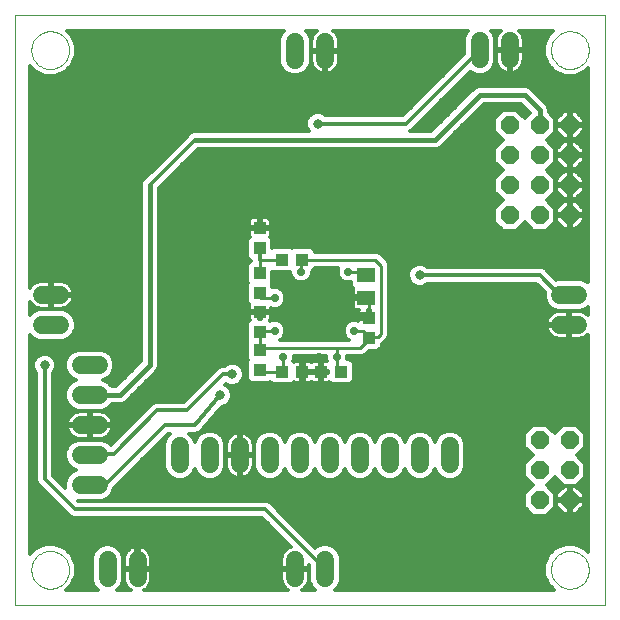
<source format=gbl>
G75*
G70*
%OFA0B0*%
%FSLAX24Y24*%
%IPPOS*%
%LPD*%
%AMOC8*
5,1,8,0,0,1.08239X$1,22.5*
%
%ADD10C,0.0000*%
%ADD11R,0.0394X0.0433*%
%ADD12R,0.0433X0.0394*%
%ADD13R,0.0591X0.0512*%
%ADD14C,0.0600*%
%ADD15OC8,0.0600*%
%ADD16C,0.0100*%
%ADD17C,0.0277*%
%ADD18C,0.0120*%
%ADD19C,0.0317*%
%ADD20C,0.0160*%
%ADD21C,0.0240*%
D10*
X003295Y003295D02*
X022980Y003295D01*
X022980Y022980D01*
X003295Y022980D01*
X003295Y003295D01*
X003846Y004476D02*
X003848Y004526D01*
X003854Y004576D01*
X003864Y004625D01*
X003878Y004673D01*
X003895Y004720D01*
X003916Y004765D01*
X003941Y004809D01*
X003969Y004850D01*
X004001Y004889D01*
X004035Y004926D01*
X004072Y004960D01*
X004112Y004990D01*
X004154Y005017D01*
X004198Y005041D01*
X004244Y005062D01*
X004291Y005078D01*
X004339Y005091D01*
X004389Y005100D01*
X004438Y005105D01*
X004489Y005106D01*
X004539Y005103D01*
X004588Y005096D01*
X004637Y005085D01*
X004685Y005070D01*
X004731Y005052D01*
X004776Y005030D01*
X004819Y005004D01*
X004860Y004975D01*
X004899Y004943D01*
X004935Y004908D01*
X004967Y004870D01*
X004997Y004830D01*
X005024Y004787D01*
X005047Y004743D01*
X005066Y004697D01*
X005082Y004649D01*
X005094Y004600D01*
X005102Y004551D01*
X005106Y004501D01*
X005106Y004451D01*
X005102Y004401D01*
X005094Y004352D01*
X005082Y004303D01*
X005066Y004255D01*
X005047Y004209D01*
X005024Y004165D01*
X004997Y004122D01*
X004967Y004082D01*
X004935Y004044D01*
X004899Y004009D01*
X004860Y003977D01*
X004819Y003948D01*
X004776Y003922D01*
X004731Y003900D01*
X004685Y003882D01*
X004637Y003867D01*
X004588Y003856D01*
X004539Y003849D01*
X004489Y003846D01*
X004438Y003847D01*
X004389Y003852D01*
X004339Y003861D01*
X004291Y003874D01*
X004244Y003890D01*
X004198Y003911D01*
X004154Y003935D01*
X004112Y003962D01*
X004072Y003992D01*
X004035Y004026D01*
X004001Y004063D01*
X003969Y004102D01*
X003941Y004143D01*
X003916Y004187D01*
X003895Y004232D01*
X003878Y004279D01*
X003864Y004327D01*
X003854Y004376D01*
X003848Y004426D01*
X003846Y004476D01*
X003846Y021799D02*
X003848Y021849D01*
X003854Y021899D01*
X003864Y021948D01*
X003878Y021996D01*
X003895Y022043D01*
X003916Y022088D01*
X003941Y022132D01*
X003969Y022173D01*
X004001Y022212D01*
X004035Y022249D01*
X004072Y022283D01*
X004112Y022313D01*
X004154Y022340D01*
X004198Y022364D01*
X004244Y022385D01*
X004291Y022401D01*
X004339Y022414D01*
X004389Y022423D01*
X004438Y022428D01*
X004489Y022429D01*
X004539Y022426D01*
X004588Y022419D01*
X004637Y022408D01*
X004685Y022393D01*
X004731Y022375D01*
X004776Y022353D01*
X004819Y022327D01*
X004860Y022298D01*
X004899Y022266D01*
X004935Y022231D01*
X004967Y022193D01*
X004997Y022153D01*
X005024Y022110D01*
X005047Y022066D01*
X005066Y022020D01*
X005082Y021972D01*
X005094Y021923D01*
X005102Y021874D01*
X005106Y021824D01*
X005106Y021774D01*
X005102Y021724D01*
X005094Y021675D01*
X005082Y021626D01*
X005066Y021578D01*
X005047Y021532D01*
X005024Y021488D01*
X004997Y021445D01*
X004967Y021405D01*
X004935Y021367D01*
X004899Y021332D01*
X004860Y021300D01*
X004819Y021271D01*
X004776Y021245D01*
X004731Y021223D01*
X004685Y021205D01*
X004637Y021190D01*
X004588Y021179D01*
X004539Y021172D01*
X004489Y021169D01*
X004438Y021170D01*
X004389Y021175D01*
X004339Y021184D01*
X004291Y021197D01*
X004244Y021213D01*
X004198Y021234D01*
X004154Y021258D01*
X004112Y021285D01*
X004072Y021315D01*
X004035Y021349D01*
X004001Y021386D01*
X003969Y021425D01*
X003941Y021466D01*
X003916Y021510D01*
X003895Y021555D01*
X003878Y021602D01*
X003864Y021650D01*
X003854Y021699D01*
X003848Y021749D01*
X003846Y021799D01*
X021169Y021799D02*
X021171Y021849D01*
X021177Y021899D01*
X021187Y021948D01*
X021201Y021996D01*
X021218Y022043D01*
X021239Y022088D01*
X021264Y022132D01*
X021292Y022173D01*
X021324Y022212D01*
X021358Y022249D01*
X021395Y022283D01*
X021435Y022313D01*
X021477Y022340D01*
X021521Y022364D01*
X021567Y022385D01*
X021614Y022401D01*
X021662Y022414D01*
X021712Y022423D01*
X021761Y022428D01*
X021812Y022429D01*
X021862Y022426D01*
X021911Y022419D01*
X021960Y022408D01*
X022008Y022393D01*
X022054Y022375D01*
X022099Y022353D01*
X022142Y022327D01*
X022183Y022298D01*
X022222Y022266D01*
X022258Y022231D01*
X022290Y022193D01*
X022320Y022153D01*
X022347Y022110D01*
X022370Y022066D01*
X022389Y022020D01*
X022405Y021972D01*
X022417Y021923D01*
X022425Y021874D01*
X022429Y021824D01*
X022429Y021774D01*
X022425Y021724D01*
X022417Y021675D01*
X022405Y021626D01*
X022389Y021578D01*
X022370Y021532D01*
X022347Y021488D01*
X022320Y021445D01*
X022290Y021405D01*
X022258Y021367D01*
X022222Y021332D01*
X022183Y021300D01*
X022142Y021271D01*
X022099Y021245D01*
X022054Y021223D01*
X022008Y021205D01*
X021960Y021190D01*
X021911Y021179D01*
X021862Y021172D01*
X021812Y021169D01*
X021761Y021170D01*
X021712Y021175D01*
X021662Y021184D01*
X021614Y021197D01*
X021567Y021213D01*
X021521Y021234D01*
X021477Y021258D01*
X021435Y021285D01*
X021395Y021315D01*
X021358Y021349D01*
X021324Y021386D01*
X021292Y021425D01*
X021264Y021466D01*
X021239Y021510D01*
X021218Y021555D01*
X021201Y021602D01*
X021187Y021650D01*
X021177Y021699D01*
X021171Y021749D01*
X021169Y021799D01*
X021169Y004476D02*
X021171Y004526D01*
X021177Y004576D01*
X021187Y004625D01*
X021201Y004673D01*
X021218Y004720D01*
X021239Y004765D01*
X021264Y004809D01*
X021292Y004850D01*
X021324Y004889D01*
X021358Y004926D01*
X021395Y004960D01*
X021435Y004990D01*
X021477Y005017D01*
X021521Y005041D01*
X021567Y005062D01*
X021614Y005078D01*
X021662Y005091D01*
X021712Y005100D01*
X021761Y005105D01*
X021812Y005106D01*
X021862Y005103D01*
X021911Y005096D01*
X021960Y005085D01*
X022008Y005070D01*
X022054Y005052D01*
X022099Y005030D01*
X022142Y005004D01*
X022183Y004975D01*
X022222Y004943D01*
X022258Y004908D01*
X022290Y004870D01*
X022320Y004830D01*
X022347Y004787D01*
X022370Y004743D01*
X022389Y004697D01*
X022405Y004649D01*
X022417Y004600D01*
X022425Y004551D01*
X022429Y004501D01*
X022429Y004451D01*
X022425Y004401D01*
X022417Y004352D01*
X022405Y004303D01*
X022389Y004255D01*
X022370Y004209D01*
X022347Y004165D01*
X022320Y004122D01*
X022290Y004082D01*
X022258Y004044D01*
X022222Y004009D01*
X022183Y003977D01*
X022142Y003948D01*
X022099Y003922D01*
X022054Y003900D01*
X022008Y003882D01*
X021960Y003867D01*
X021911Y003856D01*
X021862Y003849D01*
X021812Y003846D01*
X021761Y003847D01*
X021712Y003852D01*
X021662Y003861D01*
X021614Y003874D01*
X021567Y003890D01*
X021521Y003911D01*
X021477Y003935D01*
X021435Y003962D01*
X021395Y003992D01*
X021358Y004026D01*
X021324Y004063D01*
X021292Y004102D01*
X021264Y004143D01*
X021239Y004187D01*
X021218Y004232D01*
X021201Y004279D01*
X021187Y004327D01*
X021177Y004376D01*
X021171Y004426D01*
X021169Y004476D01*
D11*
X015106Y012213D03*
X015106Y012882D03*
X011465Y013079D03*
X011465Y012409D03*
X011465Y011799D03*
X011465Y011130D03*
X011465Y013689D03*
X011465Y014358D03*
X011465Y015189D03*
X011465Y015858D03*
D12*
X012213Y014811D03*
X012882Y014811D03*
X012882Y011071D03*
X013492Y011071D03*
X014161Y011071D03*
X012213Y011071D03*
D13*
X015008Y013551D03*
X015008Y014299D03*
D14*
X014795Y008595D02*
X014795Y007995D01*
X013795Y007995D02*
X013795Y008595D01*
X012795Y008595D02*
X012795Y007995D01*
X011795Y007995D02*
X011795Y008595D01*
X010795Y008595D02*
X010795Y007995D01*
X009795Y007995D02*
X009795Y008595D01*
X008795Y008595D02*
X008795Y007995D01*
X006095Y008295D02*
X005495Y008295D01*
X005495Y007295D02*
X006095Y007295D01*
X006095Y009295D02*
X005495Y009295D01*
X005495Y010295D02*
X006095Y010295D01*
X006095Y011295D02*
X005495Y011295D01*
X004800Y012638D02*
X004200Y012638D01*
X004200Y013638D02*
X004800Y013638D01*
X012638Y021476D02*
X012638Y022076D01*
X013638Y022076D02*
X013638Y021476D01*
X018795Y021495D02*
X018795Y022095D01*
X019795Y022095D02*
X019795Y021495D01*
X021476Y013638D02*
X022076Y013638D01*
X022076Y012638D02*
X021476Y012638D01*
X017795Y008595D02*
X017795Y007995D01*
X016795Y007995D02*
X016795Y008595D01*
X015795Y008595D02*
X015795Y007995D01*
X013638Y004800D02*
X013638Y004200D01*
X012638Y004200D02*
X012638Y004800D01*
X007388Y004800D02*
X007388Y004200D01*
X006388Y004200D02*
X006388Y004800D01*
D15*
X019795Y016295D03*
X019795Y017295D03*
X019795Y018295D03*
X019795Y019295D03*
X020795Y019295D03*
X021795Y019295D03*
X021795Y018295D03*
X020795Y018295D03*
X020795Y017295D03*
X020795Y016295D03*
X021795Y016295D03*
X021795Y017295D03*
X021795Y008795D03*
X020795Y008795D03*
X020795Y007795D03*
X021795Y007795D03*
X021795Y006795D03*
X020795Y006795D03*
D16*
X015402Y012252D02*
X015106Y012252D01*
X015106Y012213D01*
X015106Y012154D01*
X014811Y011858D01*
X014024Y011858D01*
X011465Y011858D01*
X011465Y011799D02*
X011465Y012409D01*
X011465Y012449D01*
X011957Y012449D01*
X011957Y013039D02*
X011465Y013039D01*
X011465Y013079D01*
X011465Y013531D02*
X011465Y013689D01*
X011465Y013531D02*
X011957Y013531D01*
X011465Y014358D02*
X011465Y014713D01*
X011463Y014811D01*
X012213Y014811D01*
X012843Y014811D02*
X012843Y014417D01*
X012843Y014811D02*
X012882Y014811D01*
X015303Y014811D01*
X015500Y014614D01*
X015500Y012350D01*
X015402Y012252D01*
X015106Y012252D02*
X014909Y012449D01*
X014614Y012449D01*
X014614Y013039D02*
X015106Y013039D01*
X015106Y012882D01*
X015106Y013039D02*
X015106Y013630D01*
X015008Y013551D01*
X015008Y014299D02*
X015008Y014417D01*
X014417Y014417D01*
X014024Y011858D02*
X014024Y011563D01*
X014024Y011228D01*
X014161Y011071D01*
X013492Y011071D02*
X013433Y011110D01*
X013433Y011563D01*
X013492Y011071D02*
X012882Y011071D01*
X012252Y011110D02*
X012213Y011071D01*
X011465Y011071D01*
X011465Y011130D01*
X012252Y011110D02*
X012252Y011563D01*
D17*
X012252Y011563D03*
X011957Y012449D03*
X011957Y013039D03*
X011957Y013531D03*
X012843Y014417D03*
X014417Y014417D03*
X014614Y013039D03*
X014614Y012449D03*
X014024Y011563D03*
X013433Y011563D03*
D18*
X013454Y011428D02*
X013255Y011428D01*
X013214Y011417D01*
X013187Y011401D01*
X013160Y011417D01*
X013119Y011428D01*
X012920Y011428D01*
X012920Y011109D01*
X012843Y011109D01*
X012843Y011428D01*
X012644Y011428D01*
X012604Y011417D01*
X012596Y011412D01*
X012583Y011425D01*
X012611Y011492D01*
X012611Y011588D01*
X013665Y011588D01*
X013665Y011492D01*
X013691Y011428D01*
X013531Y011428D01*
X013531Y011109D01*
X013725Y011109D01*
X013725Y011032D01*
X013531Y011032D01*
X013531Y011109D01*
X013454Y011109D01*
X013454Y011032D01*
X013531Y011032D01*
X013531Y010714D01*
X013730Y010714D01*
X013770Y010725D01*
X013778Y010729D01*
X013854Y010654D01*
X014469Y010654D01*
X014598Y010783D01*
X014598Y011359D01*
X014469Y011488D01*
X014381Y011488D01*
X014382Y011492D01*
X014382Y011588D01*
X014865Y011588D01*
X014964Y011629D01*
X015040Y011705D01*
X015111Y011776D01*
X015394Y011776D01*
X015523Y011905D01*
X015523Y012010D01*
X015555Y012023D01*
X015630Y012099D01*
X015729Y012197D01*
X015770Y012297D01*
X015770Y014668D01*
X015729Y014767D01*
X015653Y014843D01*
X015653Y014843D01*
X015456Y015040D01*
X015357Y015081D01*
X013318Y015081D01*
X013318Y015099D01*
X013190Y015228D01*
X012574Y015228D01*
X012547Y015201D01*
X012520Y015228D01*
X011905Y015228D01*
X011881Y015204D01*
X011881Y015497D01*
X011806Y015572D01*
X011811Y015580D01*
X011821Y015621D01*
X011821Y015820D01*
X011503Y015820D01*
X011503Y015897D01*
X011426Y015897D01*
X011426Y016235D01*
X011247Y016235D01*
X011206Y016224D01*
X011169Y016203D01*
X011140Y016173D01*
X011119Y016137D01*
X011108Y016096D01*
X011108Y015897D01*
X011426Y015897D01*
X011426Y015820D01*
X011108Y015820D01*
X011108Y015621D01*
X011119Y015580D01*
X011123Y015572D01*
X011048Y015497D01*
X011048Y014881D01*
X011155Y014774D01*
X011048Y014666D01*
X011048Y014051D01*
X011075Y014024D01*
X011048Y013997D01*
X011048Y013381D01*
X011109Y013320D01*
X011108Y013316D01*
X011108Y013117D01*
X011426Y013117D01*
X011426Y013040D01*
X011426Y012846D01*
X011503Y012846D01*
X011503Y013040D01*
X011426Y013040D01*
X011108Y013040D01*
X011108Y012841D01*
X011119Y012800D01*
X011123Y012793D01*
X011048Y012717D01*
X011048Y011492D01*
X011075Y011465D01*
X011048Y011438D01*
X011048Y010822D01*
X011177Y010693D01*
X011753Y010693D01*
X011809Y010750D01*
X011905Y010654D01*
X012520Y010654D01*
X012596Y010729D01*
X012604Y010725D01*
X012644Y010714D01*
X012843Y010714D01*
X012843Y011032D01*
X012920Y011032D01*
X012920Y010714D01*
X013119Y010714D01*
X013160Y010725D01*
X013187Y010740D01*
X013214Y010725D01*
X013255Y010714D01*
X013454Y010714D01*
X013454Y011032D01*
X013116Y011032D01*
X012920Y011032D01*
X012920Y011109D01*
X013454Y011109D01*
X013454Y011428D01*
X013454Y011353D02*
X013531Y011353D01*
X013531Y011235D02*
X013454Y011235D01*
X013454Y011116D02*
X013531Y011116D01*
X013531Y010998D02*
X013454Y010998D01*
X013454Y010879D02*
X013531Y010879D01*
X013531Y010761D02*
X013454Y010761D01*
X012920Y010761D02*
X012843Y010761D01*
X012843Y010879D02*
X012920Y010879D01*
X012920Y010998D02*
X012843Y010998D01*
X012843Y011116D02*
X012920Y011116D01*
X012920Y011235D02*
X012843Y011235D01*
X012843Y011353D02*
X012920Y011353D01*
X012602Y011472D02*
X013673Y011472D01*
X014485Y011472D02*
X022395Y011472D01*
X022395Y011590D02*
X014870Y011590D01*
X015043Y011709D02*
X022395Y011709D01*
X022395Y011827D02*
X015446Y011827D01*
X015523Y011946D02*
X022395Y011946D01*
X022395Y012064D02*
X015596Y012064D01*
X015630Y012099D02*
X015630Y012099D01*
X015714Y012183D02*
X021408Y012183D01*
X021439Y012178D02*
X021736Y012178D01*
X021736Y012598D01*
X021816Y012598D01*
X021816Y012178D01*
X022112Y012178D01*
X022183Y012189D01*
X022252Y012211D01*
X022317Y012244D01*
X022375Y012287D01*
X022395Y012307D01*
X022395Y005082D01*
X022281Y005197D01*
X021968Y005326D01*
X021630Y005326D01*
X021318Y005197D01*
X021079Y004958D01*
X020949Y004645D01*
X020949Y004307D01*
X021079Y003995D01*
X021278Y003795D01*
X013968Y003795D01*
X014079Y003905D01*
X014158Y004097D01*
X014158Y004903D01*
X014079Y005095D01*
X013932Y005241D01*
X013741Y005320D01*
X013534Y005320D01*
X013343Y005241D01*
X013318Y005216D01*
X011801Y006733D01*
X011698Y006775D01*
X005411Y006775D01*
X006199Y006775D01*
X006390Y006854D01*
X006536Y007001D01*
X006615Y007192D01*
X006615Y007219D01*
X008411Y009015D01*
X008480Y009015D01*
X008354Y008890D01*
X008275Y008699D01*
X008275Y007892D01*
X008354Y007701D01*
X008501Y007554D01*
X008692Y007475D01*
X008899Y007475D01*
X009090Y007554D01*
X009236Y007701D01*
X009295Y007844D01*
X009354Y007701D01*
X009501Y007554D01*
X009692Y007475D01*
X009899Y007475D01*
X010090Y007554D01*
X010236Y007701D01*
X010315Y007892D01*
X010315Y008699D01*
X010236Y008890D01*
X010090Y009036D01*
X009899Y009115D01*
X009692Y009115D01*
X009501Y009036D01*
X009354Y008890D01*
X009295Y008747D01*
X009236Y008890D01*
X009111Y009015D01*
X009251Y009015D01*
X009262Y009012D01*
X009307Y009015D01*
X009351Y009015D01*
X009362Y009020D01*
X009373Y009021D01*
X009413Y009041D01*
X009454Y009058D01*
X009462Y009066D01*
X009473Y009071D01*
X009501Y009105D01*
X009533Y009137D01*
X009537Y009147D01*
X010191Y009917D01*
X010221Y009917D01*
X010360Y009974D01*
X010466Y010081D01*
X010524Y010220D01*
X010524Y010371D01*
X010466Y010510D01*
X010360Y010616D01*
X010291Y010645D01*
X010326Y010680D01*
X010331Y010674D01*
X010470Y010617D01*
X010621Y010617D01*
X010760Y010674D01*
X010866Y010781D01*
X010924Y010920D01*
X010924Y011071D01*
X010866Y011210D01*
X010760Y011316D01*
X010621Y011374D01*
X010470Y011374D01*
X010331Y011316D01*
X010290Y011275D01*
X010190Y011275D01*
X010087Y011233D01*
X008929Y010075D01*
X007990Y010075D01*
X007887Y010033D01*
X006490Y008636D01*
X006390Y008736D01*
X006199Y008815D01*
X005392Y008815D01*
X005201Y008736D01*
X005054Y008590D01*
X004975Y008399D01*
X004975Y008192D01*
X005054Y008001D01*
X005201Y007854D01*
X005344Y007795D01*
X005201Y007736D01*
X005054Y007590D01*
X004975Y007399D01*
X004975Y007211D01*
X004575Y007611D01*
X004575Y011040D01*
X004616Y011081D01*
X004674Y011220D01*
X004674Y011371D01*
X004616Y011510D01*
X004510Y011616D01*
X004371Y011674D01*
X004220Y011674D01*
X004081Y011616D01*
X003974Y011510D01*
X003917Y011371D01*
X003917Y011220D01*
X003974Y011081D01*
X004015Y011040D01*
X004015Y007440D01*
X004058Y007337D01*
X005058Y006337D01*
X005137Y006258D01*
X003795Y006258D01*
X003795Y006376D02*
X005018Y006376D01*
X005137Y006258D02*
X005240Y006215D01*
X011527Y006215D01*
X012502Y005240D01*
X012461Y005226D01*
X012397Y005193D01*
X012338Y005151D01*
X012287Y005100D01*
X012244Y005041D01*
X012211Y004977D01*
X012189Y004908D01*
X012178Y004836D01*
X012178Y004540D01*
X012598Y004540D01*
X012598Y004460D01*
X012178Y004460D01*
X012178Y004164D01*
X012189Y004092D01*
X012211Y004023D01*
X012244Y003959D01*
X012287Y003900D01*
X012338Y003849D01*
X012397Y003807D01*
X012419Y003795D01*
X007607Y003795D01*
X007629Y003807D01*
X007687Y003849D01*
X007739Y003900D01*
X007781Y003959D01*
X007814Y004023D01*
X007836Y004092D01*
X007848Y004164D01*
X007848Y004460D01*
X007428Y004460D01*
X007428Y004540D01*
X007848Y004540D01*
X007848Y004836D01*
X007836Y004908D01*
X007814Y004977D01*
X007781Y005041D01*
X007739Y005100D01*
X007687Y005151D01*
X007629Y005193D01*
X007564Y005226D01*
X007496Y005249D01*
X007428Y005259D01*
X007428Y004540D01*
X007348Y004540D01*
X007348Y005259D01*
X007280Y005249D01*
X007211Y005226D01*
X007147Y005193D01*
X007088Y005151D01*
X007037Y005100D01*
X006994Y005041D01*
X006961Y004977D01*
X006939Y004908D01*
X006928Y004836D01*
X006928Y004540D01*
X007348Y004540D01*
X007348Y004460D01*
X006928Y004460D01*
X006928Y004164D01*
X006939Y004092D01*
X006961Y004023D01*
X006994Y003959D01*
X007037Y003900D01*
X007088Y003849D01*
X007147Y003807D01*
X007169Y003795D01*
X006718Y003795D01*
X006829Y003905D01*
X006908Y004097D01*
X006908Y004903D01*
X006829Y005095D01*
X006682Y005241D01*
X006491Y005320D01*
X006284Y005320D01*
X006093Y005241D01*
X005947Y005095D01*
X005868Y004903D01*
X005868Y004097D01*
X005947Y003905D01*
X006057Y003795D01*
X004997Y003795D01*
X005197Y003995D01*
X005326Y004307D01*
X005326Y004645D01*
X005197Y004958D01*
X004958Y005197D01*
X004645Y005326D01*
X004307Y005326D01*
X003995Y005197D01*
X003795Y004997D01*
X003795Y012307D01*
X003905Y012197D01*
X004097Y012118D01*
X004903Y012118D01*
X005095Y012197D01*
X005241Y012343D01*
X005320Y012534D01*
X005320Y012741D01*
X005241Y012932D01*
X005095Y013079D01*
X004903Y013158D01*
X004097Y013158D01*
X003905Y013079D01*
X003795Y012968D01*
X003795Y013419D01*
X003807Y013397D01*
X003849Y013338D01*
X003900Y013287D01*
X003959Y013244D01*
X004023Y013211D01*
X004092Y013189D01*
X004164Y013178D01*
X004460Y013178D01*
X004460Y013598D01*
X004540Y013598D01*
X004540Y013678D01*
X004460Y013678D01*
X004460Y014098D01*
X004164Y014098D01*
X004092Y014086D01*
X004023Y014064D01*
X003959Y014031D01*
X003900Y013989D01*
X003849Y013937D01*
X003807Y013879D01*
X003795Y013857D01*
X003795Y021278D01*
X003995Y021079D01*
X004307Y020949D01*
X004645Y020949D01*
X004958Y021079D01*
X005197Y021318D01*
X005326Y021630D01*
X005326Y021968D01*
X005197Y022281D01*
X005032Y022445D01*
X012272Y022445D01*
X012197Y022370D01*
X012118Y022179D01*
X012118Y021372D01*
X012197Y021181D01*
X012343Y021035D01*
X012534Y020956D01*
X012741Y020956D01*
X012932Y021035D01*
X013079Y021181D01*
X013158Y021372D01*
X013158Y022179D01*
X013079Y022370D01*
X013004Y022445D01*
X013364Y022445D01*
X013338Y022426D01*
X013287Y022375D01*
X013244Y022317D01*
X013211Y022252D01*
X013189Y022183D01*
X013178Y022112D01*
X013178Y021816D01*
X013598Y021816D01*
X013598Y021736D01*
X013178Y021736D01*
X013178Y021439D01*
X013189Y021368D01*
X013211Y021299D01*
X013244Y021234D01*
X013287Y021176D01*
X013338Y021125D01*
X013397Y021082D01*
X013461Y021049D01*
X013530Y021027D01*
X013598Y021016D01*
X013598Y021736D01*
X013678Y021736D01*
X013678Y021816D01*
X014098Y021816D01*
X014098Y022112D01*
X014086Y022183D01*
X014064Y022252D01*
X014031Y022317D01*
X013989Y022375D01*
X013937Y022426D01*
X013912Y022445D01*
X018410Y022445D01*
X018354Y022390D01*
X018275Y022199D01*
X018275Y021671D01*
X016229Y019625D01*
X013650Y019625D01*
X013610Y019666D01*
X013471Y019724D01*
X013320Y019724D01*
X013181Y019666D01*
X013074Y019560D01*
X013017Y019421D01*
X013017Y019270D01*
X013074Y019131D01*
X013110Y019095D01*
X009236Y019095D01*
X009125Y019050D01*
X009041Y018965D01*
X009021Y018917D01*
X007674Y017570D01*
X007625Y017550D01*
X007541Y017465D01*
X007495Y017355D01*
X007495Y011420D01*
X006671Y010595D01*
X006531Y010595D01*
X006390Y010736D01*
X006247Y010795D01*
X006390Y010854D01*
X006536Y011001D01*
X006615Y011192D01*
X006615Y011399D01*
X006536Y011590D01*
X006390Y011736D01*
X006199Y011815D01*
X005392Y011815D01*
X005201Y011736D01*
X005054Y011590D01*
X004975Y011399D01*
X004975Y011192D01*
X005054Y011001D01*
X005201Y010854D01*
X005344Y010795D01*
X005201Y010736D01*
X005054Y010590D01*
X004975Y010399D01*
X004975Y010192D01*
X005054Y010001D01*
X005201Y009854D01*
X005392Y009775D01*
X006199Y009775D01*
X006390Y009854D01*
X006531Y009995D01*
X006855Y009995D01*
X006965Y010041D01*
X007965Y011041D01*
X008050Y011125D01*
X008095Y011236D01*
X008095Y017199D01*
X009391Y018495D01*
X017355Y018495D01*
X017465Y018541D01*
X018920Y019995D01*
X020171Y019995D01*
X020465Y019701D01*
X020295Y019531D01*
X020011Y019815D01*
X019580Y019815D01*
X019275Y019511D01*
X019275Y019080D01*
X019560Y018795D01*
X019275Y018511D01*
X019275Y018080D01*
X019560Y017795D01*
X019275Y017511D01*
X019275Y017080D01*
X019560Y016795D01*
X019275Y016511D01*
X019275Y016080D01*
X019580Y015775D01*
X020011Y015775D01*
X020295Y016060D01*
X020580Y015775D01*
X021011Y015775D01*
X021315Y016080D01*
X021315Y016511D01*
X021031Y016795D01*
X021315Y017080D01*
X021315Y017511D01*
X021031Y017795D01*
X021315Y018080D01*
X021315Y018511D01*
X021031Y018795D01*
X021315Y019080D01*
X021315Y019511D01*
X021095Y019731D01*
X021095Y019855D01*
X021050Y019965D01*
X020465Y020550D01*
X020355Y020595D01*
X018736Y020595D01*
X018625Y020550D01*
X018541Y020465D01*
X017171Y019095D01*
X016473Y019095D01*
X016504Y019108D01*
X018476Y021080D01*
X018501Y021054D01*
X018692Y020975D01*
X018899Y020975D01*
X019090Y021054D01*
X019236Y021201D01*
X019315Y021392D01*
X019315Y022199D01*
X019236Y022390D01*
X019181Y022445D01*
X019495Y022445D01*
X019444Y022395D01*
X019402Y022336D01*
X019369Y022272D01*
X019347Y022203D01*
X019335Y022131D01*
X019335Y021835D01*
X019755Y021835D01*
X019755Y021755D01*
X019835Y021755D01*
X019835Y021036D01*
X019903Y021047D01*
X019972Y021069D01*
X020036Y021102D01*
X020095Y021144D01*
X020146Y021196D01*
X020189Y021254D01*
X020222Y021319D01*
X020244Y021388D01*
X020255Y021459D01*
X020255Y021755D01*
X019835Y021755D01*
X019835Y021835D01*
X020255Y021835D01*
X020255Y022131D01*
X020244Y022203D01*
X020222Y022272D01*
X020189Y022336D01*
X020146Y022395D01*
X020096Y022445D01*
X021243Y022445D01*
X021079Y022281D01*
X020949Y021968D01*
X020949Y021630D01*
X021079Y021318D01*
X021318Y021079D01*
X021630Y020949D01*
X021968Y020949D01*
X022281Y021079D01*
X022395Y021193D01*
X022395Y014054D01*
X022370Y014079D01*
X022395Y014079D01*
X022370Y014079D02*
X022179Y014158D01*
X021372Y014158D01*
X021341Y014145D01*
X020954Y014533D01*
X020851Y014575D01*
X017050Y014575D01*
X017010Y014616D01*
X016871Y014674D01*
X016720Y014674D01*
X016581Y014616D01*
X016474Y014510D01*
X016417Y014371D01*
X016417Y014220D01*
X016474Y014081D01*
X016581Y013974D01*
X016720Y013917D01*
X016871Y013917D01*
X017010Y013974D01*
X017050Y014015D01*
X020679Y014015D01*
X020956Y013739D01*
X020956Y013534D01*
X021035Y013343D01*
X021181Y013197D01*
X021372Y013118D01*
X022179Y013118D01*
X022370Y013197D01*
X022395Y013222D01*
X022395Y012969D01*
X022375Y012989D01*
X022317Y013031D01*
X022252Y013064D01*
X022183Y013086D01*
X022112Y013098D01*
X021816Y013098D01*
X021816Y012678D01*
X021736Y012678D01*
X021736Y013098D01*
X021439Y013098D01*
X021368Y013086D01*
X021299Y013064D01*
X021234Y013031D01*
X021176Y012989D01*
X021125Y012937D01*
X021082Y012879D01*
X021049Y012814D01*
X021027Y012746D01*
X021016Y012678D01*
X021736Y012678D01*
X021736Y012598D01*
X021016Y012598D01*
X021027Y012530D01*
X021049Y012461D01*
X021082Y012397D01*
X021125Y012338D01*
X021176Y012287D01*
X021234Y012244D01*
X021299Y012211D01*
X021368Y012189D01*
X021439Y012178D01*
X021736Y012183D02*
X021816Y012183D01*
X021816Y012301D02*
X021736Y012301D01*
X021736Y012420D02*
X021816Y012420D01*
X021816Y012538D02*
X021736Y012538D01*
X021736Y012657D02*
X015770Y012657D01*
X015770Y012775D02*
X021037Y012775D01*
X021093Y012894D02*
X015770Y012894D01*
X015770Y013012D02*
X021208Y013012D01*
X021341Y013131D02*
X015770Y013131D01*
X015770Y013249D02*
X021129Y013249D01*
X021025Y013368D02*
X015770Y013368D01*
X015770Y013486D02*
X020975Y013486D01*
X020956Y013605D02*
X015770Y013605D01*
X015770Y013723D02*
X020956Y013723D01*
X020853Y013842D02*
X015770Y013842D01*
X015770Y013960D02*
X016615Y013960D01*
X016477Y014079D02*
X015770Y014079D01*
X015770Y014197D02*
X016426Y014197D01*
X016417Y014316D02*
X015770Y014316D01*
X015770Y014434D02*
X016443Y014434D01*
X016518Y014553D02*
X015770Y014553D01*
X015769Y014671D02*
X016714Y014671D01*
X016876Y014671D02*
X022395Y014671D01*
X022395Y014553D02*
X020905Y014553D01*
X021052Y014434D02*
X022395Y014434D01*
X022395Y014316D02*
X021171Y014316D01*
X021289Y014197D02*
X022395Y014197D01*
X022395Y014790D02*
X015706Y014790D01*
X015588Y014908D02*
X022395Y014908D01*
X022395Y015027D02*
X015469Y015027D01*
X014493Y014060D02*
X014493Y013952D01*
X014568Y013877D01*
X014564Y013869D01*
X014553Y013828D01*
X014553Y013611D01*
X014948Y013611D01*
X014948Y013491D01*
X014553Y013491D01*
X014553Y013274D01*
X014564Y013234D01*
X014585Y013197D01*
X014614Y013167D01*
X014651Y013146D01*
X014692Y013135D01*
X014754Y013135D01*
X014749Y013119D01*
X014749Y012920D01*
X015068Y012920D01*
X015068Y012843D01*
X014749Y012843D01*
X014749Y012781D01*
X014686Y012808D01*
X014543Y012808D01*
X014411Y012753D01*
X014310Y012652D01*
X014255Y012520D01*
X014255Y012377D01*
X014310Y012246D01*
X014411Y012145D01*
X014451Y012128D01*
X012120Y012128D01*
X012160Y012145D01*
X012261Y012246D01*
X012315Y012377D01*
X012315Y012520D01*
X012261Y012652D01*
X012160Y012753D01*
X012028Y012808D01*
X011885Y012808D01*
X011819Y012780D01*
X011806Y012793D01*
X011811Y012800D01*
X011821Y012841D01*
X011821Y013040D01*
X011503Y013040D01*
X011503Y013117D01*
X011821Y013117D01*
X011821Y013199D01*
X011885Y013173D01*
X012028Y013173D01*
X012160Y013227D01*
X012261Y013328D01*
X012315Y013460D01*
X012315Y013603D01*
X012261Y013735D01*
X012160Y013836D01*
X012028Y013890D01*
X011885Y013890D01*
X011881Y013889D01*
X011881Y013997D01*
X011854Y014024D01*
X011881Y014051D01*
X011881Y014418D01*
X011905Y014394D01*
X012484Y014394D01*
X012484Y014346D01*
X012538Y014214D01*
X012639Y014113D01*
X012771Y014059D01*
X012914Y014059D01*
X013046Y014113D01*
X013147Y014214D01*
X013201Y014346D01*
X013201Y014406D01*
X013318Y014523D01*
X013318Y014541D01*
X014080Y014541D01*
X014059Y014489D01*
X014059Y014346D01*
X014113Y014214D01*
X014214Y014113D01*
X014346Y014059D01*
X014489Y014059D01*
X014493Y014060D01*
X014493Y013960D02*
X011881Y013960D01*
X011881Y014079D02*
X012722Y014079D01*
X012555Y014197D02*
X011881Y014197D01*
X011881Y014316D02*
X012496Y014316D01*
X012963Y014079D02*
X014297Y014079D01*
X014130Y014197D02*
X013130Y014197D01*
X013189Y014316D02*
X014071Y014316D01*
X014059Y014434D02*
X013230Y014434D01*
X013272Y015145D02*
X022395Y015145D01*
X022395Y015264D02*
X011881Y015264D01*
X011881Y015382D02*
X022395Y015382D01*
X022395Y015501D02*
X011877Y015501D01*
X011821Y015619D02*
X022395Y015619D01*
X022395Y015738D02*
X011821Y015738D01*
X011821Y015897D02*
X011503Y015897D01*
X011503Y016235D01*
X011682Y016235D01*
X011723Y016224D01*
X011760Y016203D01*
X011789Y016173D01*
X011811Y016137D01*
X011821Y016096D01*
X011821Y015897D01*
X011821Y015975D02*
X019380Y015975D01*
X019275Y016093D02*
X011821Y016093D01*
X011744Y016212D02*
X019275Y016212D01*
X019275Y016330D02*
X008095Y016330D01*
X008095Y016212D02*
X011185Y016212D01*
X011108Y016093D02*
X008095Y016093D01*
X008095Y015975D02*
X011108Y015975D01*
X011108Y015738D02*
X008095Y015738D01*
X008095Y015856D02*
X011426Y015856D01*
X011503Y015856D02*
X019499Y015856D01*
X020092Y015856D02*
X020499Y015856D01*
X020380Y015975D02*
X020210Y015975D01*
X019450Y016686D02*
X008095Y016686D01*
X008095Y016804D02*
X019551Y016804D01*
X019432Y016923D02*
X008095Y016923D01*
X008095Y017041D02*
X019314Y017041D01*
X019275Y017160D02*
X008095Y017160D01*
X008174Y017278D02*
X019275Y017278D01*
X019275Y017397D02*
X008293Y017397D01*
X008411Y017515D02*
X019280Y017515D01*
X019398Y017634D02*
X008530Y017634D01*
X008648Y017752D02*
X019517Y017752D01*
X019484Y017871D02*
X008767Y017871D01*
X008885Y017989D02*
X019366Y017989D01*
X019275Y018108D02*
X009004Y018108D01*
X009122Y018226D02*
X019275Y018226D01*
X019275Y018345D02*
X009241Y018345D01*
X009359Y018463D02*
X019275Y018463D01*
X019346Y018582D02*
X017506Y018582D01*
X017625Y018700D02*
X019465Y018700D01*
X019536Y018819D02*
X017743Y018819D01*
X017862Y018937D02*
X019418Y018937D01*
X019299Y019056D02*
X017980Y019056D01*
X018099Y019174D02*
X019275Y019174D01*
X019275Y019293D02*
X018217Y019293D01*
X018336Y019411D02*
X019275Y019411D01*
X019294Y019530D02*
X018454Y019530D01*
X018573Y019648D02*
X019413Y019648D01*
X019531Y019767D02*
X018691Y019767D01*
X018810Y019885D02*
X020281Y019885D01*
X020399Y019767D02*
X020059Y019767D01*
X020178Y019648D02*
X020413Y019648D01*
X020893Y020122D02*
X022395Y020122D01*
X022395Y020004D02*
X021011Y020004D01*
X021083Y019885D02*
X022395Y019885D01*
X022395Y019767D02*
X021095Y019767D01*
X021178Y019648D02*
X021498Y019648D01*
X021605Y019755D02*
X021335Y019486D01*
X021335Y019335D01*
X021755Y019335D01*
X021755Y019255D01*
X021835Y019255D01*
X021835Y018835D01*
X021986Y018835D01*
X022255Y019105D01*
X022255Y019255D01*
X021835Y019255D01*
X021835Y019335D01*
X022255Y019335D01*
X022255Y019486D01*
X021986Y019755D01*
X021835Y019755D01*
X021835Y019335D01*
X021755Y019335D01*
X021755Y019755D01*
X021605Y019755D01*
X021755Y019648D02*
X021835Y019648D01*
X021835Y019530D02*
X021755Y019530D01*
X021755Y019411D02*
X021835Y019411D01*
X021835Y019293D02*
X022395Y019293D01*
X022395Y019411D02*
X022255Y019411D01*
X022211Y019530D02*
X022395Y019530D01*
X022395Y019648D02*
X022093Y019648D01*
X021755Y019293D02*
X021315Y019293D01*
X021335Y019255D02*
X021335Y019105D01*
X021605Y018835D01*
X021755Y018835D01*
X021755Y019255D01*
X021335Y019255D01*
X021335Y019174D02*
X021315Y019174D01*
X021291Y019056D02*
X021384Y019056D01*
X021503Y018937D02*
X021173Y018937D01*
X021054Y018819D02*
X022395Y018819D01*
X022395Y018937D02*
X022088Y018937D01*
X022206Y019056D02*
X022395Y019056D01*
X022395Y019174D02*
X022255Y019174D01*
X021835Y019174D02*
X021755Y019174D01*
X021755Y019056D02*
X021835Y019056D01*
X021835Y018937D02*
X021755Y018937D01*
X021755Y018755D02*
X021605Y018755D01*
X021335Y018486D01*
X021335Y018335D01*
X021755Y018335D01*
X021755Y018255D01*
X021835Y018255D01*
X021835Y017835D01*
X021986Y017835D01*
X022255Y018105D01*
X022255Y018255D01*
X021835Y018255D01*
X021835Y018335D01*
X022255Y018335D01*
X022255Y018486D01*
X021986Y018755D01*
X021835Y018755D01*
X021835Y018335D01*
X021755Y018335D01*
X021755Y018755D01*
X021755Y018700D02*
X021835Y018700D01*
X021835Y018582D02*
X021755Y018582D01*
X021755Y018463D02*
X021835Y018463D01*
X021835Y018345D02*
X021755Y018345D01*
X021755Y018255D02*
X021335Y018255D01*
X021335Y018105D01*
X021605Y017835D01*
X021755Y017835D01*
X021755Y018255D01*
X021755Y018226D02*
X021835Y018226D01*
X021835Y018108D02*
X021755Y018108D01*
X021755Y017989D02*
X021835Y017989D01*
X021835Y017871D02*
X021755Y017871D01*
X021755Y017755D02*
X021605Y017755D01*
X021335Y017486D01*
X021335Y017335D01*
X021755Y017335D01*
X021755Y017255D01*
X021835Y017255D01*
X021835Y016835D01*
X021986Y016835D01*
X022255Y017105D01*
X022255Y017255D01*
X021835Y017255D01*
X021835Y017335D01*
X022255Y017335D01*
X022255Y017486D01*
X021986Y017755D01*
X021835Y017755D01*
X021835Y017335D01*
X021755Y017335D01*
X021755Y017755D01*
X021755Y017752D02*
X021835Y017752D01*
X021835Y017634D02*
X021755Y017634D01*
X021755Y017515D02*
X021835Y017515D01*
X021835Y017397D02*
X021755Y017397D01*
X021755Y017278D02*
X021315Y017278D01*
X021335Y017255D02*
X021335Y017105D01*
X021605Y016835D01*
X021755Y016835D01*
X021755Y017255D01*
X021335Y017255D01*
X021335Y017160D02*
X021315Y017160D01*
X021277Y017041D02*
X021399Y017041D01*
X021517Y016923D02*
X021158Y016923D01*
X021040Y016804D02*
X022395Y016804D01*
X022395Y016686D02*
X022055Y016686D01*
X021986Y016755D02*
X021835Y016755D01*
X021835Y016335D01*
X022255Y016335D01*
X022255Y016486D01*
X021986Y016755D01*
X021835Y016686D02*
X021755Y016686D01*
X021755Y016755D02*
X021605Y016755D01*
X021335Y016486D01*
X021335Y016335D01*
X021755Y016335D01*
X021755Y016255D01*
X021835Y016255D01*
X021835Y015835D01*
X021986Y015835D01*
X022255Y016105D01*
X022255Y016255D01*
X021835Y016255D01*
X021835Y016335D01*
X021755Y016335D01*
X021755Y016755D01*
X021755Y016923D02*
X021835Y016923D01*
X021835Y017041D02*
X021755Y017041D01*
X021755Y017160D02*
X021835Y017160D01*
X021835Y017278D02*
X022395Y017278D01*
X022395Y017160D02*
X022255Y017160D01*
X022192Y017041D02*
X022395Y017041D01*
X022395Y016923D02*
X022073Y016923D01*
X022174Y016567D02*
X022395Y016567D01*
X022395Y016449D02*
X022255Y016449D01*
X022395Y016330D02*
X021835Y016330D01*
X021755Y016330D02*
X021315Y016330D01*
X021335Y016255D02*
X021335Y016105D01*
X021605Y015835D01*
X021755Y015835D01*
X021755Y016255D01*
X021335Y016255D01*
X021335Y016212D02*
X021315Y016212D01*
X021315Y016093D02*
X021347Y016093D01*
X021465Y015975D02*
X021210Y015975D01*
X021092Y015856D02*
X021584Y015856D01*
X021755Y015856D02*
X021835Y015856D01*
X021835Y015975D02*
X021755Y015975D01*
X021755Y016093D02*
X021835Y016093D01*
X021835Y016212D02*
X021755Y016212D01*
X021755Y016449D02*
X021835Y016449D01*
X021835Y016567D02*
X021755Y016567D01*
X021535Y016686D02*
X021140Y016686D01*
X021259Y016567D02*
X021417Y016567D01*
X021335Y016449D02*
X021315Y016449D01*
X022007Y015856D02*
X022395Y015856D01*
X022395Y015975D02*
X022125Y015975D01*
X022244Y016093D02*
X022395Y016093D01*
X022395Y016212D02*
X022255Y016212D01*
X022255Y017397D02*
X022395Y017397D01*
X022395Y017515D02*
X022226Y017515D01*
X022107Y017634D02*
X022395Y017634D01*
X022395Y017752D02*
X021989Y017752D01*
X022021Y017871D02*
X022395Y017871D01*
X022395Y017989D02*
X022140Y017989D01*
X022255Y018108D02*
X022395Y018108D01*
X022395Y018226D02*
X022255Y018226D01*
X022255Y018345D02*
X022395Y018345D01*
X022395Y018463D02*
X022255Y018463D01*
X022159Y018582D02*
X022395Y018582D01*
X022395Y018700D02*
X022041Y018700D01*
X021550Y018700D02*
X021126Y018700D01*
X021244Y018582D02*
X021431Y018582D01*
X021335Y018463D02*
X021315Y018463D01*
X021315Y018345D02*
X021335Y018345D01*
X021335Y018226D02*
X021315Y018226D01*
X021315Y018108D02*
X021335Y018108D01*
X021225Y017989D02*
X021451Y017989D01*
X021569Y017871D02*
X021106Y017871D01*
X021074Y017752D02*
X021602Y017752D01*
X021483Y017634D02*
X021192Y017634D01*
X021311Y017515D02*
X021365Y017515D01*
X021335Y017397D02*
X021315Y017397D01*
X021315Y019411D02*
X021335Y019411D01*
X021296Y019530D02*
X021379Y019530D01*
X020774Y020241D02*
X022395Y020241D01*
X022395Y020359D02*
X020656Y020359D01*
X020537Y020478D02*
X022395Y020478D01*
X022395Y020596D02*
X017992Y020596D01*
X017874Y020478D02*
X018554Y020478D01*
X018435Y020359D02*
X017755Y020359D01*
X017637Y020241D02*
X018317Y020241D01*
X018198Y020122D02*
X017518Y020122D01*
X017400Y020004D02*
X018080Y020004D01*
X017961Y019885D02*
X017281Y019885D01*
X017163Y019767D02*
X017843Y019767D01*
X017724Y019648D02*
X017044Y019648D01*
X016926Y019530D02*
X017606Y019530D01*
X017487Y019411D02*
X016807Y019411D01*
X016689Y019293D02*
X017369Y019293D01*
X017250Y019174D02*
X016570Y019174D01*
X016345Y019345D02*
X018795Y021795D01*
X018275Y021781D02*
X013678Y021781D01*
X013678Y021736D02*
X014098Y021736D01*
X014098Y021439D01*
X014086Y021368D01*
X014064Y021299D01*
X014031Y021234D01*
X013989Y021176D01*
X013937Y021125D01*
X013879Y021082D01*
X013814Y021049D01*
X013746Y021027D01*
X013678Y021016D01*
X013678Y021736D01*
X013678Y021663D02*
X013598Y021663D01*
X013598Y021781D02*
X013158Y021781D01*
X013158Y021663D02*
X013178Y021663D01*
X013178Y021544D02*
X013158Y021544D01*
X013158Y021426D02*
X013180Y021426D01*
X013209Y021307D02*
X013131Y021307D01*
X013082Y021189D02*
X013278Y021189D01*
X013420Y021070D02*
X012968Y021070D01*
X013598Y021070D02*
X013678Y021070D01*
X013678Y021189D02*
X013598Y021189D01*
X013598Y021307D02*
X013678Y021307D01*
X013678Y021426D02*
X013598Y021426D01*
X013598Y021544D02*
X013678Y021544D01*
X014098Y021544D02*
X018148Y021544D01*
X018030Y021426D02*
X014096Y021426D01*
X014067Y021307D02*
X017911Y021307D01*
X017793Y021189D02*
X013998Y021189D01*
X013856Y021070D02*
X017674Y021070D01*
X017556Y020952D02*
X004652Y020952D01*
X004938Y021070D02*
X012308Y021070D01*
X012194Y021189D02*
X005068Y021189D01*
X005186Y021307D02*
X012145Y021307D01*
X012118Y021426D02*
X005242Y021426D01*
X005291Y021544D02*
X012118Y021544D01*
X012118Y021663D02*
X005326Y021663D01*
X005326Y021781D02*
X012118Y021781D01*
X012118Y021900D02*
X005326Y021900D01*
X005306Y022018D02*
X012118Y022018D01*
X012118Y022137D02*
X005256Y022137D01*
X005207Y022255D02*
X012149Y022255D01*
X012201Y022374D02*
X005104Y022374D01*
X004015Y021070D02*
X003795Y021070D01*
X003795Y020952D02*
X004301Y020952D01*
X003885Y021189D02*
X003795Y021189D01*
X003795Y020833D02*
X017437Y020833D01*
X017319Y020715D02*
X003795Y020715D01*
X003795Y020596D02*
X017200Y020596D01*
X017082Y020478D02*
X003795Y020478D01*
X003795Y020359D02*
X016963Y020359D01*
X016845Y020241D02*
X003795Y020241D01*
X003795Y020122D02*
X016726Y020122D01*
X016608Y020004D02*
X003795Y020004D01*
X003795Y019885D02*
X016489Y019885D01*
X016371Y019767D02*
X003795Y019767D01*
X003795Y019648D02*
X013163Y019648D01*
X013062Y019530D02*
X003795Y019530D01*
X003795Y019411D02*
X013017Y019411D01*
X013017Y019293D02*
X003795Y019293D01*
X003795Y019174D02*
X013056Y019174D01*
X013395Y019345D02*
X016345Y019345D01*
X016252Y019648D02*
X013627Y019648D01*
X014098Y021663D02*
X018267Y021663D01*
X018275Y021900D02*
X014098Y021900D01*
X014098Y022018D02*
X018275Y022018D01*
X018275Y022137D02*
X014094Y022137D01*
X014062Y022255D02*
X018299Y022255D01*
X018348Y022374D02*
X013990Y022374D01*
X013286Y022374D02*
X013075Y022374D01*
X013126Y022255D02*
X013213Y022255D01*
X013182Y022137D02*
X013158Y022137D01*
X013158Y022018D02*
X013178Y022018D01*
X013178Y021900D02*
X013158Y021900D01*
X009295Y018795D02*
X007795Y017295D01*
X007513Y017397D02*
X003795Y017397D01*
X003795Y017515D02*
X007591Y017515D01*
X007738Y017634D02*
X003795Y017634D01*
X003795Y017752D02*
X007856Y017752D01*
X007975Y017871D02*
X003795Y017871D01*
X003795Y017989D02*
X008093Y017989D01*
X008212Y018108D02*
X003795Y018108D01*
X003795Y018226D02*
X008330Y018226D01*
X008449Y018345D02*
X003795Y018345D01*
X003795Y018463D02*
X008567Y018463D01*
X008686Y018582D02*
X003795Y018582D01*
X003795Y018700D02*
X008804Y018700D01*
X008923Y018819D02*
X003795Y018819D01*
X003795Y018937D02*
X009029Y018937D01*
X009140Y019056D02*
X003795Y019056D01*
X003795Y017278D02*
X007495Y017278D01*
X007495Y017160D02*
X003795Y017160D01*
X003795Y017041D02*
X007495Y017041D01*
X007495Y016923D02*
X003795Y016923D01*
X003795Y016804D02*
X007495Y016804D01*
X007495Y016686D02*
X003795Y016686D01*
X003795Y016567D02*
X007495Y016567D01*
X007495Y016449D02*
X003795Y016449D01*
X003795Y016330D02*
X007495Y016330D01*
X007495Y016212D02*
X003795Y016212D01*
X003795Y016093D02*
X007495Y016093D01*
X007495Y015975D02*
X003795Y015975D01*
X003795Y015856D02*
X007495Y015856D01*
X007495Y015738D02*
X003795Y015738D01*
X003795Y015619D02*
X007495Y015619D01*
X007495Y015501D02*
X003795Y015501D01*
X003795Y015382D02*
X007495Y015382D01*
X007495Y015264D02*
X003795Y015264D01*
X003795Y015145D02*
X007495Y015145D01*
X007495Y015027D02*
X003795Y015027D01*
X003795Y014908D02*
X007495Y014908D01*
X007495Y014790D02*
X003795Y014790D01*
X003795Y014671D02*
X007495Y014671D01*
X007495Y014553D02*
X003795Y014553D01*
X003795Y014434D02*
X007495Y014434D01*
X007495Y014316D02*
X003795Y014316D01*
X003795Y014197D02*
X007495Y014197D01*
X007495Y014079D02*
X004931Y014079D01*
X004908Y014086D02*
X004836Y014098D01*
X004540Y014098D01*
X004540Y013678D01*
X005259Y013678D01*
X005249Y013746D01*
X005226Y013814D01*
X005193Y013879D01*
X005151Y013937D01*
X005100Y013989D01*
X005041Y014031D01*
X004977Y014064D01*
X004908Y014086D01*
X005128Y013960D02*
X007495Y013960D01*
X007495Y013842D02*
X005212Y013842D01*
X005252Y013723D02*
X007495Y013723D01*
X007495Y013605D02*
X004540Y013605D01*
X004540Y013598D02*
X005259Y013598D01*
X005249Y013530D01*
X005226Y013461D01*
X005193Y013397D01*
X005151Y013338D01*
X005100Y013287D01*
X005041Y013244D01*
X004977Y013211D01*
X004908Y013189D01*
X004836Y013178D01*
X004540Y013178D01*
X004540Y013598D01*
X004540Y013486D02*
X004460Y013486D01*
X004460Y013368D02*
X004540Y013368D01*
X004540Y013249D02*
X004460Y013249D01*
X004031Y013131D02*
X003795Y013131D01*
X003795Y013249D02*
X003952Y013249D01*
X003828Y013368D02*
X003795Y013368D01*
X003795Y013012D02*
X003839Y013012D01*
X003795Y012301D02*
X003801Y012301D01*
X003795Y012183D02*
X003940Y012183D01*
X003795Y012064D02*
X007495Y012064D01*
X007495Y011946D02*
X003795Y011946D01*
X003795Y011827D02*
X007495Y011827D01*
X007495Y011709D02*
X006417Y011709D01*
X006536Y011590D02*
X007495Y011590D01*
X007495Y011472D02*
X006585Y011472D01*
X006615Y011353D02*
X007429Y011353D01*
X007311Y011235D02*
X006615Y011235D01*
X006584Y011116D02*
X007192Y011116D01*
X007074Y010998D02*
X006533Y010998D01*
X006415Y010879D02*
X006955Y010879D01*
X006837Y010761D02*
X006330Y010761D01*
X006484Y010642D02*
X006718Y010642D01*
X007093Y010168D02*
X009022Y010168D01*
X009141Y010287D02*
X007211Y010287D01*
X007330Y010405D02*
X009259Y010405D01*
X009378Y010524D02*
X007448Y010524D01*
X007567Y010642D02*
X009496Y010642D01*
X009615Y010761D02*
X007685Y010761D01*
X007804Y010879D02*
X009733Y010879D01*
X009852Y010998D02*
X007922Y010998D01*
X008041Y011116D02*
X009970Y011116D01*
X010092Y011235D02*
X008095Y011235D01*
X008095Y011353D02*
X010421Y011353D01*
X010670Y011353D02*
X011048Y011353D01*
X011048Y011235D02*
X010841Y011235D01*
X010905Y011116D02*
X011048Y011116D01*
X011048Y010998D02*
X010924Y010998D01*
X010907Y010879D02*
X011048Y010879D01*
X011109Y010761D02*
X010846Y010761D01*
X010682Y010642D02*
X022395Y010642D01*
X022395Y010524D02*
X010452Y010524D01*
X010409Y010642D02*
X010296Y010642D01*
X010509Y010405D02*
X022395Y010405D01*
X022395Y010287D02*
X010524Y010287D01*
X010502Y010168D02*
X022395Y010168D01*
X022395Y010050D02*
X010435Y010050D01*
X010255Y009931D02*
X022395Y009931D01*
X022395Y009813D02*
X010103Y009813D01*
X010002Y009694D02*
X022395Y009694D01*
X022395Y009576D02*
X009901Y009576D01*
X009800Y009457D02*
X022395Y009457D01*
X022395Y009339D02*
X009700Y009339D01*
X009599Y009220D02*
X020485Y009220D01*
X020580Y009315D02*
X020275Y009011D01*
X020275Y008580D01*
X020560Y008295D01*
X020275Y008011D01*
X020275Y007580D01*
X020560Y007295D01*
X020275Y007011D01*
X020275Y006580D01*
X020580Y006275D01*
X021011Y006275D01*
X021315Y006580D01*
X021315Y007011D01*
X021031Y007295D01*
X021295Y007560D01*
X021580Y007275D01*
X022011Y007275D01*
X022315Y007580D01*
X022315Y008011D01*
X022031Y008295D01*
X022315Y008580D01*
X022315Y009011D01*
X022011Y009315D01*
X021580Y009315D01*
X021295Y009031D01*
X021011Y009315D01*
X020580Y009315D01*
X020366Y009102D02*
X017931Y009102D01*
X017899Y009115D02*
X017692Y009115D01*
X017501Y009036D01*
X017354Y008890D01*
X017295Y008747D01*
X017236Y008890D01*
X017090Y009036D01*
X016899Y009115D01*
X016692Y009115D01*
X016501Y009036D01*
X016354Y008890D01*
X016295Y008747D01*
X016236Y008890D01*
X016090Y009036D01*
X015899Y009115D01*
X015692Y009115D01*
X015501Y009036D01*
X015354Y008890D01*
X015295Y008747D01*
X015236Y008890D01*
X015090Y009036D01*
X014899Y009115D01*
X014692Y009115D01*
X014501Y009036D01*
X014354Y008890D01*
X014295Y008747D01*
X014236Y008890D01*
X014090Y009036D01*
X013899Y009115D01*
X013692Y009115D01*
X013501Y009036D01*
X013354Y008890D01*
X013295Y008747D01*
X013236Y008890D01*
X013090Y009036D01*
X012899Y009115D01*
X012692Y009115D01*
X012501Y009036D01*
X012354Y008890D01*
X012295Y008747D01*
X012236Y008890D01*
X012090Y009036D01*
X011899Y009115D01*
X011692Y009115D01*
X011501Y009036D01*
X011354Y008890D01*
X011275Y008699D01*
X011275Y007892D01*
X011354Y007701D01*
X011501Y007554D01*
X011692Y007475D01*
X011899Y007475D01*
X012090Y007554D01*
X012236Y007701D01*
X012295Y007844D01*
X012354Y007701D01*
X012501Y007554D01*
X012692Y007475D01*
X012899Y007475D01*
X013090Y007554D01*
X013236Y007701D01*
X013295Y007844D01*
X013354Y007701D01*
X013501Y007554D01*
X013692Y007475D01*
X013899Y007475D01*
X014090Y007554D01*
X014236Y007701D01*
X014295Y007844D01*
X014354Y007701D01*
X014501Y007554D01*
X014692Y007475D01*
X014899Y007475D01*
X015090Y007554D01*
X015236Y007701D01*
X015295Y007844D01*
X015354Y007701D01*
X015501Y007554D01*
X015692Y007475D01*
X015899Y007475D01*
X016090Y007554D01*
X016236Y007701D01*
X016295Y007844D01*
X016354Y007701D01*
X016501Y007554D01*
X016692Y007475D01*
X016899Y007475D01*
X017090Y007554D01*
X017236Y007701D01*
X017295Y007844D01*
X017354Y007701D01*
X017501Y007554D01*
X017692Y007475D01*
X017899Y007475D01*
X018090Y007554D01*
X018236Y007701D01*
X018315Y007892D01*
X018315Y008699D01*
X018236Y008890D01*
X018090Y009036D01*
X017899Y009115D01*
X017659Y009102D02*
X016931Y009102D01*
X017143Y008983D02*
X017448Y008983D01*
X017344Y008865D02*
X017246Y008865D01*
X016659Y009102D02*
X015931Y009102D01*
X016143Y008983D02*
X016448Y008983D01*
X016344Y008865D02*
X016246Y008865D01*
X015659Y009102D02*
X014931Y009102D01*
X015143Y008983D02*
X015448Y008983D01*
X015344Y008865D02*
X015246Y008865D01*
X014795Y008345D02*
X014795Y008295D01*
X014745Y008295D02*
X014795Y008345D01*
X014344Y008865D02*
X014246Y008865D01*
X014143Y008983D02*
X014448Y008983D01*
X014659Y009102D02*
X013931Y009102D01*
X013659Y009102D02*
X012931Y009102D01*
X013143Y008983D02*
X013448Y008983D01*
X013344Y008865D02*
X013246Y008865D01*
X012659Y009102D02*
X011931Y009102D01*
X012143Y008983D02*
X012448Y008983D01*
X012344Y008865D02*
X012246Y008865D01*
X011659Y009102D02*
X009931Y009102D01*
X010143Y008983D02*
X010547Y008983D01*
X010554Y008989D02*
X010496Y008946D01*
X010444Y008895D01*
X010402Y008836D01*
X010369Y008772D01*
X010347Y008703D01*
X010335Y008631D01*
X010335Y008335D01*
X010755Y008335D01*
X010755Y008255D01*
X010335Y008255D01*
X010335Y007959D01*
X010347Y007888D01*
X010369Y007819D01*
X010402Y007754D01*
X010444Y007696D01*
X010496Y007644D01*
X010554Y007602D01*
X010619Y007569D01*
X010688Y007547D01*
X010755Y007536D01*
X010755Y008255D01*
X010835Y008255D01*
X010835Y007536D01*
X010903Y007547D01*
X010972Y007569D01*
X011036Y007602D01*
X011095Y007644D01*
X011146Y007696D01*
X011189Y007754D01*
X011222Y007819D01*
X011244Y007888D01*
X011255Y007959D01*
X011255Y008255D01*
X010835Y008255D01*
X010835Y008335D01*
X010755Y008335D01*
X010755Y009055D01*
X010688Y009044D01*
X010619Y009022D01*
X010554Y008989D01*
X010422Y008865D02*
X010246Y008865D01*
X010296Y008746D02*
X010361Y008746D01*
X010335Y008628D02*
X010315Y008628D01*
X010315Y008509D02*
X010335Y008509D01*
X010335Y008391D02*
X010315Y008391D01*
X010315Y008272D02*
X010755Y008272D01*
X010835Y008272D02*
X011275Y008272D01*
X011255Y008335D02*
X011255Y008631D01*
X011244Y008703D01*
X011222Y008772D01*
X011189Y008836D01*
X011146Y008895D01*
X011095Y008946D01*
X011036Y008989D01*
X010972Y009022D01*
X010903Y009044D01*
X010835Y009055D01*
X010835Y008335D01*
X011255Y008335D01*
X011255Y008391D02*
X011275Y008391D01*
X011275Y008509D02*
X011255Y008509D01*
X011255Y008628D02*
X011275Y008628D01*
X011295Y008746D02*
X011230Y008746D01*
X011168Y008865D02*
X011344Y008865D01*
X011448Y008983D02*
X011044Y008983D01*
X010835Y008983D02*
X010755Y008983D01*
X010755Y008865D02*
X010835Y008865D01*
X010835Y008746D02*
X010755Y008746D01*
X010755Y008628D02*
X010835Y008628D01*
X010835Y008509D02*
X010755Y008509D01*
X010755Y008391D02*
X010835Y008391D01*
X010835Y008154D02*
X010755Y008154D01*
X010755Y008035D02*
X010835Y008035D01*
X010835Y007917D02*
X010755Y007917D01*
X010755Y007798D02*
X010835Y007798D01*
X010835Y007680D02*
X010755Y007680D01*
X010755Y007561D02*
X010835Y007561D01*
X010948Y007561D02*
X011494Y007561D01*
X011375Y007680D02*
X011130Y007680D01*
X011211Y007798D02*
X011314Y007798D01*
X011275Y007917D02*
X011249Y007917D01*
X011255Y008035D02*
X011275Y008035D01*
X011275Y008154D02*
X011255Y008154D01*
X010642Y007561D02*
X010097Y007561D01*
X010215Y007680D02*
X010460Y007680D01*
X010379Y007798D02*
X010277Y007798D01*
X010315Y007917D02*
X010342Y007917D01*
X010335Y008035D02*
X010315Y008035D01*
X010315Y008154D02*
X010335Y008154D01*
X009494Y007561D02*
X009097Y007561D01*
X009215Y007680D02*
X009375Y007680D01*
X009314Y007798D02*
X009277Y007798D01*
X008494Y007561D02*
X006957Y007561D01*
X006839Y007443D02*
X020412Y007443D01*
X020294Y007561D02*
X018097Y007561D01*
X018215Y007680D02*
X020275Y007680D01*
X020275Y007798D02*
X018277Y007798D01*
X018315Y007917D02*
X020275Y007917D01*
X020300Y008035D02*
X018315Y008035D01*
X018315Y008154D02*
X020418Y008154D01*
X020537Y008272D02*
X018315Y008272D01*
X018315Y008391D02*
X020464Y008391D01*
X020346Y008509D02*
X018315Y008509D01*
X018315Y008628D02*
X020275Y008628D01*
X020275Y008746D02*
X018296Y008746D01*
X018246Y008865D02*
X020275Y008865D01*
X020275Y008983D02*
X018143Y008983D01*
X017314Y007798D02*
X017277Y007798D01*
X017215Y007680D02*
X017375Y007680D01*
X017494Y007561D02*
X017097Y007561D01*
X016494Y007561D02*
X016097Y007561D01*
X016215Y007680D02*
X016375Y007680D01*
X016314Y007798D02*
X016277Y007798D01*
X015494Y007561D02*
X015097Y007561D01*
X015215Y007680D02*
X015375Y007680D01*
X015314Y007798D02*
X015277Y007798D01*
X014494Y007561D02*
X014097Y007561D01*
X014215Y007680D02*
X014375Y007680D01*
X014314Y007798D02*
X014277Y007798D01*
X013494Y007561D02*
X013097Y007561D01*
X013215Y007680D02*
X013375Y007680D01*
X013314Y007798D02*
X013277Y007798D01*
X012494Y007561D02*
X012097Y007561D01*
X012215Y007680D02*
X012375Y007680D01*
X012314Y007798D02*
X012277Y007798D01*
X011802Y006732D02*
X020275Y006732D01*
X020275Y006850D02*
X006380Y006850D01*
X006504Y006969D02*
X020275Y006969D01*
X020352Y007087D02*
X006572Y007087D01*
X006615Y007206D02*
X020470Y007206D01*
X020531Y007324D02*
X006720Y007324D01*
X006295Y007295D02*
X005795Y007295D01*
X006295Y007295D02*
X008295Y009295D01*
X009295Y009295D01*
X010145Y010295D01*
X010245Y010995D02*
X009045Y009795D01*
X008045Y009795D01*
X006595Y008345D01*
X005845Y008345D01*
X005795Y008295D01*
X005755Y008835D02*
X005459Y008835D01*
X005388Y008847D01*
X005319Y008869D01*
X005254Y008902D01*
X005196Y008944D01*
X005144Y008996D01*
X005102Y009054D01*
X005069Y009119D01*
X005047Y009188D01*
X005036Y009255D01*
X005755Y009255D01*
X005835Y009255D01*
X005835Y008835D01*
X006131Y008835D01*
X006203Y008847D01*
X006272Y008869D01*
X006336Y008902D01*
X006395Y008944D01*
X006446Y008996D01*
X006489Y009054D01*
X006522Y009119D01*
X006544Y009188D01*
X006555Y009255D01*
X005835Y009255D01*
X005835Y009335D01*
X005755Y009335D01*
X005755Y009255D01*
X005755Y008835D01*
X005755Y008865D02*
X005835Y008865D01*
X005835Y008983D02*
X005755Y008983D01*
X005755Y009102D02*
X005835Y009102D01*
X005835Y009220D02*
X005755Y009220D01*
X005755Y009335D02*
X005036Y009335D01*
X005047Y009403D01*
X005069Y009472D01*
X005102Y009536D01*
X005144Y009595D01*
X005196Y009646D01*
X005254Y009689D01*
X005319Y009722D01*
X005388Y009744D01*
X005459Y009755D01*
X005755Y009755D01*
X005755Y009335D01*
X005755Y009339D02*
X005835Y009339D01*
X005835Y009335D02*
X005835Y009755D01*
X006131Y009755D01*
X006203Y009744D01*
X006272Y009722D01*
X006336Y009689D01*
X006395Y009646D01*
X006446Y009595D01*
X006489Y009536D01*
X006522Y009472D01*
X006544Y009403D01*
X006555Y009335D01*
X005835Y009335D01*
X005835Y009457D02*
X005755Y009457D01*
X005755Y009576D02*
X005835Y009576D01*
X005835Y009694D02*
X005755Y009694D01*
X005301Y009813D02*
X004575Y009813D01*
X004575Y009931D02*
X005124Y009931D01*
X005034Y010050D02*
X004575Y010050D01*
X004575Y010168D02*
X004985Y010168D01*
X004975Y010287D02*
X004575Y010287D01*
X004575Y010405D02*
X004978Y010405D01*
X005027Y010524D02*
X004575Y010524D01*
X004575Y010642D02*
X005107Y010642D01*
X005260Y010761D02*
X004575Y010761D01*
X004575Y010879D02*
X005176Y010879D01*
X005057Y010998D02*
X004575Y010998D01*
X004631Y011116D02*
X005007Y011116D01*
X004975Y011235D02*
X004674Y011235D01*
X004674Y011353D02*
X004975Y011353D01*
X005006Y011472D02*
X004632Y011472D01*
X004535Y011590D02*
X005055Y011590D01*
X005173Y011709D02*
X003795Y011709D01*
X003795Y011590D02*
X004055Y011590D01*
X003959Y011472D02*
X003795Y011472D01*
X003795Y011353D02*
X003917Y011353D01*
X003917Y011235D02*
X003795Y011235D01*
X003795Y011116D02*
X003960Y011116D01*
X004015Y010998D02*
X003795Y010998D01*
X003795Y010879D02*
X004015Y010879D01*
X004015Y010761D02*
X003795Y010761D01*
X003795Y010642D02*
X004015Y010642D01*
X004015Y010524D02*
X003795Y010524D01*
X003795Y010405D02*
X004015Y010405D01*
X004015Y010287D02*
X003795Y010287D01*
X003795Y010168D02*
X004015Y010168D01*
X004015Y010050D02*
X003795Y010050D01*
X003795Y009931D02*
X004015Y009931D01*
X004015Y009813D02*
X003795Y009813D01*
X003795Y009694D02*
X004015Y009694D01*
X004015Y009576D02*
X003795Y009576D01*
X003795Y009457D02*
X004015Y009457D01*
X004015Y009339D02*
X003795Y009339D01*
X003795Y009220D02*
X004015Y009220D01*
X004015Y009102D02*
X003795Y009102D01*
X003795Y008983D02*
X004015Y008983D01*
X004015Y008865D02*
X003795Y008865D01*
X003795Y008746D02*
X004015Y008746D01*
X004015Y008628D02*
X003795Y008628D01*
X003795Y008509D02*
X004015Y008509D01*
X004015Y008391D02*
X003795Y008391D01*
X003795Y008272D02*
X004015Y008272D01*
X004015Y008154D02*
X003795Y008154D01*
X003795Y008035D02*
X004015Y008035D01*
X004015Y007917D02*
X003795Y007917D01*
X003795Y007798D02*
X004015Y007798D01*
X004015Y007680D02*
X003795Y007680D01*
X003795Y007561D02*
X004015Y007561D01*
X004015Y007443D02*
X003795Y007443D01*
X003795Y007324D02*
X004070Y007324D01*
X004189Y007206D02*
X003795Y007206D01*
X003795Y007087D02*
X004307Y007087D01*
X004426Y006969D02*
X003795Y006969D01*
X003795Y006850D02*
X004544Y006850D01*
X004663Y006732D02*
X003795Y006732D01*
X003795Y006613D02*
X004781Y006613D01*
X004900Y006495D02*
X003795Y006495D01*
X003795Y006139D02*
X011603Y006139D01*
X011721Y006021D02*
X003795Y006021D01*
X003795Y005902D02*
X011840Y005902D01*
X011958Y005784D02*
X003795Y005784D01*
X003795Y005665D02*
X012077Y005665D01*
X012195Y005547D02*
X003795Y005547D01*
X003795Y005428D02*
X012314Y005428D01*
X012432Y005310D02*
X006516Y005310D01*
X006732Y005191D02*
X007144Y005191D01*
X007017Y005073D02*
X006838Y005073D01*
X006887Y004954D02*
X006954Y004954D01*
X006928Y004836D02*
X006908Y004836D01*
X006908Y004717D02*
X006928Y004717D01*
X006928Y004599D02*
X006908Y004599D01*
X006908Y004480D02*
X007348Y004480D01*
X007428Y004480D02*
X012598Y004480D01*
X012678Y004480D02*
X013118Y004480D01*
X013098Y004460D02*
X012678Y004460D01*
X012678Y004540D01*
X013098Y004540D01*
X013098Y004644D01*
X013118Y004624D01*
X013118Y004097D01*
X013197Y003905D01*
X013307Y003795D01*
X012857Y003795D01*
X012879Y003807D01*
X012937Y003849D01*
X012989Y003900D01*
X013031Y003959D01*
X013064Y004023D01*
X013086Y004092D01*
X013098Y004164D01*
X013098Y004460D01*
X013098Y004362D02*
X013118Y004362D01*
X013118Y004243D02*
X013098Y004243D01*
X013092Y004125D02*
X013118Y004125D01*
X013155Y004006D02*
X013055Y004006D01*
X012976Y003888D02*
X013215Y003888D01*
X013118Y004599D02*
X013098Y004599D01*
X013638Y004500D02*
X011643Y006495D01*
X005295Y006495D01*
X004295Y007495D01*
X004295Y011295D01*
X005060Y012183D02*
X007495Y012183D01*
X007495Y012301D02*
X005199Y012301D01*
X005273Y012420D02*
X007495Y012420D01*
X007495Y012538D02*
X005320Y012538D01*
X005320Y012657D02*
X007495Y012657D01*
X007495Y012775D02*
X005306Y012775D01*
X005257Y012894D02*
X007495Y012894D01*
X007495Y013012D02*
X005161Y013012D01*
X004969Y013131D02*
X007495Y013131D01*
X007495Y013249D02*
X005048Y013249D01*
X005172Y013368D02*
X007495Y013368D01*
X007495Y013486D02*
X005234Y013486D01*
X004540Y013723D02*
X004460Y013723D01*
X004460Y013842D02*
X004540Y013842D01*
X004540Y013960D02*
X004460Y013960D01*
X004460Y014079D02*
X004540Y014079D01*
X004069Y014079D02*
X003795Y014079D01*
X003795Y013960D02*
X003872Y013960D01*
X006974Y010050D02*
X007928Y010050D01*
X007785Y009931D02*
X006467Y009931D01*
X006289Y009813D02*
X007667Y009813D01*
X007548Y009694D02*
X006325Y009694D01*
X006460Y009576D02*
X007430Y009576D01*
X007311Y009457D02*
X006526Y009457D01*
X006554Y009339D02*
X007193Y009339D01*
X007074Y009220D02*
X006549Y009220D01*
X006513Y009102D02*
X006956Y009102D01*
X006837Y008983D02*
X006434Y008983D01*
X006259Y008865D02*
X006719Y008865D01*
X006600Y008746D02*
X006365Y008746D01*
X007313Y007917D02*
X008275Y007917D01*
X008275Y008035D02*
X007431Y008035D01*
X007550Y008154D02*
X008275Y008154D01*
X008275Y008272D02*
X007668Y008272D01*
X007787Y008391D02*
X008275Y008391D01*
X008275Y008509D02*
X007905Y008509D01*
X008024Y008628D02*
X008275Y008628D01*
X008295Y008746D02*
X008142Y008746D01*
X008261Y008865D02*
X008344Y008865D01*
X008379Y008983D02*
X008448Y008983D01*
X009143Y008983D02*
X009448Y008983D01*
X009498Y009102D02*
X009659Y009102D01*
X009344Y008865D02*
X009246Y008865D01*
X008314Y007798D02*
X007194Y007798D01*
X007076Y007680D02*
X008375Y007680D01*
X006260Y005310D02*
X004685Y005310D01*
X004963Y005191D02*
X006044Y005191D01*
X005938Y005073D02*
X005082Y005073D01*
X005198Y004954D02*
X005889Y004954D01*
X005868Y004836D02*
X005247Y004836D01*
X005297Y004717D02*
X005868Y004717D01*
X005868Y004599D02*
X005326Y004599D01*
X005326Y004480D02*
X005868Y004480D01*
X005868Y004362D02*
X005326Y004362D01*
X005300Y004243D02*
X005868Y004243D01*
X005868Y004125D02*
X005251Y004125D01*
X005202Y004006D02*
X005905Y004006D01*
X005965Y003888D02*
X005090Y003888D01*
X003871Y005073D02*
X003795Y005073D01*
X003795Y005191D02*
X003989Y005191D01*
X003795Y005310D02*
X004267Y005310D01*
X005411Y006775D02*
X005411Y006775D01*
X004975Y007324D02*
X004862Y007324D01*
X004744Y007443D02*
X004994Y007443D01*
X005043Y007561D02*
X004625Y007561D01*
X004575Y007680D02*
X005144Y007680D01*
X005336Y007798D02*
X004575Y007798D01*
X004575Y007917D02*
X005138Y007917D01*
X005040Y008035D02*
X004575Y008035D01*
X004575Y008154D02*
X004991Y008154D01*
X004975Y008272D02*
X004575Y008272D01*
X004575Y008391D02*
X004975Y008391D01*
X005021Y008509D02*
X004575Y008509D01*
X004575Y008628D02*
X005092Y008628D01*
X005225Y008746D02*
X004575Y008746D01*
X004575Y008865D02*
X005332Y008865D01*
X005157Y008983D02*
X004575Y008983D01*
X004575Y009102D02*
X005078Y009102D01*
X005041Y009220D02*
X004575Y009220D01*
X004575Y009339D02*
X005036Y009339D01*
X005064Y009457D02*
X004575Y009457D01*
X004575Y009576D02*
X005130Y009576D01*
X005265Y009694D02*
X004575Y009694D01*
X008095Y011472D02*
X011067Y011472D01*
X011048Y011590D02*
X008095Y011590D01*
X008095Y011709D02*
X011048Y011709D01*
X011048Y011827D02*
X008095Y011827D01*
X008095Y011946D02*
X011048Y011946D01*
X011048Y012064D02*
X008095Y012064D01*
X008095Y012183D02*
X011048Y012183D01*
X011048Y012301D02*
X008095Y012301D01*
X008095Y012420D02*
X011048Y012420D01*
X011048Y012538D02*
X008095Y012538D01*
X008095Y012657D02*
X011048Y012657D01*
X011106Y012775D02*
X008095Y012775D01*
X008095Y012894D02*
X011108Y012894D01*
X011108Y013012D02*
X008095Y013012D01*
X008095Y013131D02*
X011108Y013131D01*
X011108Y013249D02*
X008095Y013249D01*
X008095Y013368D02*
X011061Y013368D01*
X011048Y013486D02*
X008095Y013486D01*
X008095Y013605D02*
X011048Y013605D01*
X011048Y013723D02*
X008095Y013723D01*
X008095Y013842D02*
X011048Y013842D01*
X011048Y013960D02*
X008095Y013960D01*
X008095Y014079D02*
X011048Y014079D01*
X011048Y014197D02*
X008095Y014197D01*
X008095Y014316D02*
X011048Y014316D01*
X011048Y014434D02*
X008095Y014434D01*
X008095Y014553D02*
X011048Y014553D01*
X011053Y014671D02*
X008095Y014671D01*
X008095Y014790D02*
X011139Y014790D01*
X011048Y014908D02*
X008095Y014908D01*
X008095Y015027D02*
X011048Y015027D01*
X011048Y015145D02*
X008095Y015145D01*
X008095Y015264D02*
X011048Y015264D01*
X011048Y015382D02*
X008095Y015382D01*
X008095Y015501D02*
X011052Y015501D01*
X011108Y015619D02*
X008095Y015619D01*
X008095Y016449D02*
X019275Y016449D01*
X019332Y016567D02*
X008095Y016567D01*
X011426Y016212D02*
X011503Y016212D01*
X011503Y016093D02*
X011426Y016093D01*
X011426Y015975D02*
X011503Y015975D01*
X011465Y015189D02*
X011463Y015091D01*
X011463Y014811D01*
X011465Y014358D02*
X011465Y014319D01*
X012145Y013842D02*
X014556Y013842D01*
X014553Y013723D02*
X012266Y013723D01*
X012315Y013605D02*
X014948Y013605D01*
X014553Y013486D02*
X012315Y013486D01*
X012277Y013368D02*
X014553Y013368D01*
X014559Y013249D02*
X012182Y013249D01*
X011821Y013131D02*
X014752Y013131D01*
X014749Y013012D02*
X011821Y013012D01*
X011821Y012894D02*
X015068Y012894D01*
X015068Y012920D02*
X015068Y013135D01*
X015145Y013135D01*
X015145Y012920D01*
X015068Y012920D01*
X015068Y013012D02*
X015145Y013012D01*
X015145Y013131D02*
X015068Y013131D01*
X014465Y012775D02*
X012106Y012775D01*
X012256Y012657D02*
X014315Y012657D01*
X014263Y012538D02*
X012308Y012538D01*
X012315Y012420D02*
X014255Y012420D01*
X014287Y012301D02*
X012284Y012301D01*
X012198Y012183D02*
X014373Y012183D01*
X014598Y011353D02*
X022395Y011353D01*
X022395Y011235D02*
X014598Y011235D01*
X014598Y011116D02*
X022395Y011116D01*
X022395Y010998D02*
X014598Y010998D01*
X014598Y010879D02*
X022395Y010879D01*
X022395Y010761D02*
X014576Y010761D01*
X015770Y012301D02*
X021162Y012301D01*
X021070Y012420D02*
X015770Y012420D01*
X015770Y012538D02*
X021026Y012538D01*
X021736Y012775D02*
X021816Y012775D01*
X021816Y012894D02*
X021736Y012894D01*
X021736Y013012D02*
X021816Y013012D01*
X022210Y013131D02*
X022395Y013131D01*
X022395Y013012D02*
X022343Y013012D01*
X022390Y012301D02*
X022395Y012301D01*
X022395Y012183D02*
X022143Y012183D01*
X021776Y013638D02*
X021476Y013615D01*
X020795Y014295D01*
X016795Y014295D01*
X016975Y013960D02*
X020734Y013960D01*
X021106Y009220D02*
X021485Y009220D01*
X021366Y009102D02*
X021224Y009102D01*
X022054Y008272D02*
X022395Y008272D01*
X022395Y008154D02*
X022172Y008154D01*
X022291Y008035D02*
X022395Y008035D01*
X022395Y007917D02*
X022315Y007917D01*
X022315Y007798D02*
X022395Y007798D01*
X022395Y007680D02*
X022315Y007680D01*
X022297Y007561D02*
X022395Y007561D01*
X022395Y007443D02*
X022178Y007443D01*
X022060Y007324D02*
X022395Y007324D01*
X022395Y007206D02*
X022035Y007206D01*
X021986Y007255D02*
X021835Y007255D01*
X021835Y006835D01*
X021755Y006835D01*
X021755Y006755D01*
X021335Y006755D01*
X021335Y006605D01*
X021605Y006335D01*
X021755Y006335D01*
X021755Y006755D01*
X021835Y006755D01*
X021835Y006335D01*
X021986Y006335D01*
X022255Y006605D01*
X022255Y006755D01*
X021835Y006755D01*
X021835Y006835D01*
X022255Y006835D01*
X022255Y006986D01*
X021986Y007255D01*
X021835Y007206D02*
X021755Y007206D01*
X021755Y007255D02*
X021605Y007255D01*
X021335Y006986D01*
X021335Y006835D01*
X021755Y006835D01*
X021755Y007255D01*
X021755Y007087D02*
X021835Y007087D01*
X021835Y006969D02*
X021755Y006969D01*
X021755Y006850D02*
X021835Y006850D01*
X021835Y006732D02*
X021755Y006732D01*
X021755Y006613D02*
X021835Y006613D01*
X021835Y006495D02*
X021755Y006495D01*
X021755Y006376D02*
X021835Y006376D01*
X022027Y006376D02*
X022395Y006376D01*
X022395Y006258D02*
X012276Y006258D01*
X012157Y006376D02*
X020479Y006376D01*
X020360Y006495D02*
X012039Y006495D01*
X011920Y006613D02*
X020275Y006613D01*
X021112Y006376D02*
X021564Y006376D01*
X021445Y006495D02*
X021230Y006495D01*
X021315Y006613D02*
X021335Y006613D01*
X021335Y006732D02*
X021315Y006732D01*
X021315Y006850D02*
X021335Y006850D01*
X021335Y006969D02*
X021315Y006969D01*
X021239Y007087D02*
X021437Y007087D01*
X021555Y007206D02*
X021120Y007206D01*
X021060Y007324D02*
X021531Y007324D01*
X021412Y007443D02*
X021178Y007443D01*
X022154Y007087D02*
X022395Y007087D01*
X022395Y006969D02*
X022255Y006969D01*
X022255Y006850D02*
X022395Y006850D01*
X022395Y006732D02*
X022255Y006732D01*
X022255Y006613D02*
X022395Y006613D01*
X022395Y006495D02*
X022145Y006495D01*
X022395Y006139D02*
X012394Y006139D01*
X012513Y006021D02*
X022395Y006021D01*
X022395Y005902D02*
X012631Y005902D01*
X012750Y005784D02*
X022395Y005784D01*
X022395Y005665D02*
X012868Y005665D01*
X012987Y005547D02*
X022395Y005547D01*
X022395Y005428D02*
X013105Y005428D01*
X013224Y005310D02*
X013510Y005310D01*
X013766Y005310D02*
X021590Y005310D01*
X021312Y005191D02*
X013982Y005191D01*
X014088Y005073D02*
X021194Y005073D01*
X021077Y004954D02*
X014137Y004954D01*
X014158Y004836D02*
X021028Y004836D01*
X020979Y004717D02*
X014158Y004717D01*
X014158Y004599D02*
X020949Y004599D01*
X020949Y004480D02*
X014158Y004480D01*
X014158Y004362D02*
X020949Y004362D01*
X020976Y004243D02*
X014158Y004243D01*
X014158Y004125D02*
X021025Y004125D01*
X021074Y004006D02*
X014120Y004006D01*
X014061Y003888D02*
X021186Y003888D01*
X022286Y005191D02*
X022395Y005191D01*
X022395Y005310D02*
X022008Y005310D01*
X022126Y008391D02*
X022395Y008391D01*
X022395Y008509D02*
X022245Y008509D01*
X022315Y008628D02*
X022395Y008628D01*
X022395Y008746D02*
X022315Y008746D01*
X022315Y008865D02*
X022395Y008865D01*
X022395Y008983D02*
X022315Y008983D01*
X022395Y009102D02*
X022224Y009102D01*
X022106Y009220D02*
X022395Y009220D01*
X012394Y005191D02*
X007632Y005191D01*
X007758Y005073D02*
X012267Y005073D01*
X012204Y004954D02*
X007821Y004954D01*
X007848Y004836D02*
X012178Y004836D01*
X012178Y004717D02*
X007848Y004717D01*
X007848Y004599D02*
X012178Y004599D01*
X012178Y004362D02*
X007848Y004362D01*
X007848Y004243D02*
X012178Y004243D01*
X012184Y004125D02*
X007842Y004125D01*
X007805Y004006D02*
X012220Y004006D01*
X012299Y003888D02*
X007726Y003888D01*
X007049Y003888D02*
X006811Y003888D01*
X006870Y004006D02*
X006970Y004006D01*
X006934Y004125D02*
X006908Y004125D01*
X006908Y004243D02*
X006928Y004243D01*
X006928Y004362D02*
X006908Y004362D01*
X007348Y004599D02*
X007428Y004599D01*
X007428Y004717D02*
X007348Y004717D01*
X007348Y004836D02*
X007428Y004836D01*
X007428Y004954D02*
X007348Y004954D01*
X007348Y005073D02*
X007428Y005073D01*
X007428Y005191D02*
X007348Y005191D01*
X010245Y010995D02*
X010545Y010995D01*
X011426Y012894D02*
X011503Y012894D01*
X011503Y013012D02*
X011426Y013012D01*
X018111Y020715D02*
X022395Y020715D01*
X022395Y020833D02*
X018229Y020833D01*
X018348Y020952D02*
X021624Y020952D01*
X021338Y021070D02*
X019974Y021070D01*
X019835Y021070D02*
X019755Y021070D01*
X019755Y021036D02*
X019755Y021755D01*
X019335Y021755D01*
X019335Y021459D01*
X019347Y021388D01*
X019369Y021319D01*
X019402Y021254D01*
X019444Y021196D01*
X019496Y021144D01*
X019554Y021102D01*
X019619Y021069D01*
X019688Y021047D01*
X019755Y021036D01*
X019616Y021070D02*
X019106Y021070D01*
X019224Y021189D02*
X019451Y021189D01*
X019375Y021307D02*
X019280Y021307D01*
X019315Y021426D02*
X019341Y021426D01*
X019335Y021544D02*
X019315Y021544D01*
X019315Y021663D02*
X019335Y021663D01*
X019315Y021781D02*
X019755Y021781D01*
X019835Y021781D02*
X020949Y021781D01*
X020949Y021663D02*
X020255Y021663D01*
X020255Y021544D02*
X020985Y021544D01*
X021034Y021426D02*
X020250Y021426D01*
X020216Y021307D02*
X021089Y021307D01*
X021208Y021189D02*
X020139Y021189D01*
X019835Y021189D02*
X019755Y021189D01*
X019755Y021307D02*
X019835Y021307D01*
X019835Y021426D02*
X019755Y021426D01*
X019755Y021544D02*
X019835Y021544D01*
X019835Y021663D02*
X019755Y021663D01*
X019335Y021900D02*
X019315Y021900D01*
X019315Y022018D02*
X019335Y022018D01*
X019336Y022137D02*
X019315Y022137D01*
X019292Y022255D02*
X019364Y022255D01*
X019429Y022374D02*
X019243Y022374D01*
X020161Y022374D02*
X021172Y022374D01*
X021068Y022255D02*
X020227Y022255D01*
X020254Y022137D02*
X021019Y022137D01*
X020970Y022018D02*
X020255Y022018D01*
X020255Y021900D02*
X020949Y021900D01*
X021974Y020952D02*
X022395Y020952D01*
X022395Y021070D02*
X022260Y021070D01*
X022391Y021189D02*
X022395Y021189D01*
X018485Y021070D02*
X018466Y021070D01*
D19*
X013395Y019345D03*
X016795Y014295D03*
X010545Y010995D03*
X010145Y010295D03*
X004295Y011295D03*
D20*
X005795Y010295D02*
X006795Y010295D01*
X007795Y011295D01*
X007795Y017295D01*
X009295Y018795D02*
X017295Y018795D01*
X018795Y020295D01*
X020295Y020295D01*
X020795Y019795D01*
X020795Y019295D01*
D21*
X014220Y011071D02*
X014161Y011071D01*
X013531Y011071D02*
X013492Y011071D01*
M02*

</source>
